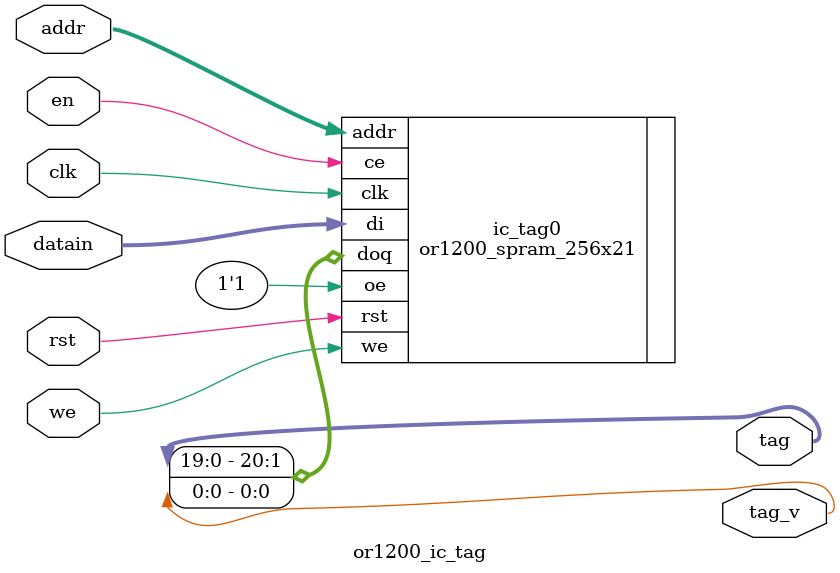
<source format=v>


//
// Dump VCD
//
//`define OR1200_VCD_DUMP

//
// Generate debug messages during simulation
//
//`define OR1200_VERBOSE

//  `define OR1200_ASIC
////////////////////////////////////////////////////////
//
// Typical configuration for an ASIC
//
`ifdef OR1200_ASIC

//
// Target ASIC memories
//
//`define OR1200_ARTISAN_SSP
//`define OR1200_ARTISAN_SDP
//`define OR1200_ARTISAN_STP
`define OR1200_VIRTUALSILICON_SSP
//`define OR1200_VIRTUALSILICON_STP_T1
//`define OR1200_VIRTUALSILICON_STP_T2

//
// Do not implement Data cache
//
//`define OR1200_NO_DC

//
// Do not implement Insn cache
//
//`define OR1200_NO_IC

//
// Do not implement Data MMU
//
//`define OR1200_NO_DMMU

//
// Do not implement Insn MMU
//
//`define OR1200_NO_IMMU

//
// Select between ASIC optimized and generic multiplier
//
//`define OR1200_ASIC_MULTP2_32X32
`define OR1200_GENERIC_MULTP2_32X32

//
// Size/type of insn/data cache if implemented
//
// `define OR1200_IC_1W_512B
// `define OR1200_IC_1W_4KB
`define OR1200_IC_1W_8KB
// `define OR1200_DC_1W_4KB
`define OR1200_DC_1W_8KB

`else


/////////////////////////////////////////////////////////
//
// Typical configuration for an FPGA
//

//
// Target FPGA memories
//
//`define OR1200_ALTERA_LPM
//`define OR1200_XILINX_RAMB16
//`define OR1200_XILINX_RAMB4
//`define OR1200_XILINX_RAM32X1D
//`define OR1200_USE_RAM16X1D_FOR_RAM32X1D

//
// Do not implement Data cache
//
//`define OR1200_NO_DC

//
// Do not implement Insn cache
//
//`define OR1200_NO_IC

//
// Do not implement Data MMU
//
`define OR1200_NO_DMMU

//
// Do not implement Insn MMU
//
`define OR1200_NO_IMMU

//
// Select between ASIC and generic multiplier
//
// (Generic seems to trigger a bug in the Cadence Ncsim simulator)
//
//`define OR1200_ASIC_MULTP2_32X32
`define OR1200_GENERIC_MULTP2_32X32

//
// Size/type of insn/data cache if implemented
// (consider available FPGA memory resources)
//
//`define OR1200_IC_1W_512B
`define OR1200_IC_1W_4KB
//`define OR1200_IC_1W_8KB
`define OR1200_DC_1W_4KB
//`define OR1200_DC_1W_8KB

`endif


//////////////////////////////////////////////////////////
//
// Do not change below unless you know what you are doing
//

//
// Enable RAM BIST
//
// At the moment this only works for Virtual Silicon
// single port RAMs. For other RAMs it has not effect.
// Special wrapper for VS RAMs needs to be provided
// with scan flops to facilitate bist scan.
//
//`define OR1200_BIST

//
// Register OR1200 WISHBONE outputs
// (must be defined/enabled)
//
`define OR1200_REGISTERED_OUTPUTS

//
// Register OR1200 WISHBONE inputs
//
// (must be undefined/disabled)
//
//`define OR1200_REGISTERED_INPUTS

//
// Disable bursts if they are not supported by the
// memory subsystem (only affect cache line fill)
//
//`define OR1200_NO_BURSTS
//

//
// WISHBONE retry counter range
//
// 2^value range for retry counter. Retry counter
// is activated whenever *wb_rty_i is asserted and
// until retry counter expires, corresponding
// WISHBONE interface is deactivated.
//
// To disable retry counters and *wb_rty_i all together,
// undefine this macro.
//
//`define OR1200_WB_RETRY 7

//
// WISHBONE Consecutive Address Burst
//
// This was used prior to WISHBONE B3 specification
// to identify bursts. It is no longer needed but
// remains enabled for compatibility with old designs.
//
// To remove *wb_cab_o ports undefine this macro.
//
`define OR1200_WB_CAB

//
// WISHBONE B3 compatible interface
//
// This follows the WISHBONE B3 specification.
// It is not enabled by default because most
// designs still don't use WB b3.
//
// To enable *wb_cti_o/*wb_bte_o ports,
// define this macro.
//
//`define OR1200_WB_B3

//
// Enable additional synthesis directives if using
// _Synopsys_ synthesis tool
//
//`define OR1200_ADDITIONAL_SYNOPSYS_DIRECTIVES

//
// Enables default statement in some case blocks
// and disables Synopsys synthesis directive full_case
//
// By default it is enabled. When disabled it
// can increase clock frequency.
//
`define OR1200_CASE_DEFAULT

//
// Operand width / register file address width
//
// (DO NOT CHANGE)
//
`define OR1200_OPERAND_WIDTH		32
`define OR1200_REGFILE_ADDR_WIDTH	5

//
// l.add/l.addi/l.and and optional l.addc/l.addic
// also set (compare) flag when result of their
// operation equals zero
//
// At the time of writing this, default or32
// C/C++ compiler doesn't generate code that
// would benefit from this optimization.
//
// By default this optimization is disabled to
// save area.
//
//`define OR1200_ADDITIONAL_FLAG_MODIFIERS

//
// Implement l.addc/l.addic instructions
//
// By default implementation of l.addc/l.addic
// instructions is enabled in case you need them.
// If you don't use them, then disable implementation
// to save area.
//
`define OR1200_IMPL_ADDC

//
// Implement carry bit SR[CY]
//
// By default implementation of SR[CY] is enabled
// to be compliant with the simulator. However
// SR[CY] is explicitly only used by l.addc/l.addic
// instructions and if these two insns are not
// implemented there is not much point having SR[CY].
//
`define OR1200_IMPL_CY

//
// Implement optional l.div/l.divu instructions
//
// By default divide instructions are not implemented
// to save area and increase clock frequency. or32 C/C++
// compiler can use soft library for division.
//
// To implement divide, multiplier needs to be implemented.
//
//`define OR1200_IMPL_DIV

//
// Implement rotate in the ALU
//
// At the time of writing this, or32
// C/C++ compiler doesn't generate rotate
// instructions. However or32 assembler
// can assemble code that uses rotate insn.
// This means that rotate instructions
// must be used manually inserted.
//
// By default implementation of rotate
// is disabled to save area and increase
// clock frequency.
//
//`define OR1200_IMPL_ALU_ROTATE

//
// Type of ALU compare to implement
//
// Try either one to find what yields
// higher clock frequencyin your case.
//
//`define OR1200_IMPL_ALU_COMP1
`define OR1200_IMPL_ALU_COMP2

//
// Implement multiplier
//
// By default multiplier is implemented
//
`define OR1200_MULT_IMPLEMENTED

//
// Implement multiply-and-accumulate
//
// By default MAC is implemented. To
// implement MAC, multiplier needs to be
// implemented.
//
`define OR1200_MAC_IMPLEMENTED

//
// Low power, slower multiplier
//
// Select between low-power (larger) multiplier
// and faster multiplier. The actual difference
// is only AND logic that prevents distribution
// of operands into the multiplier when instruction
// in execution is not multiply instruction
//
//`define OR1200_LOWPWR_MULT

//
// Clock ratio RISC clock versus WB clock
//
// If you plan to run WB:RISC clock fixed to 1:1, disable
// both defines
//
// For WB:RISC 1:2 or 1:1, enable OR1200_CLKDIV_2_SUPPORTED
// and use clmode to set ratio
//
// For WB:RISC 1:4, 1:2 or 1:1, enable both defines and use
// clmode to set ratio
//
`define OR1200_CLKDIV_2_SUPPORTED
//`define OR1200_CLKDIV_4_SUPPORTED

//
// Type of register file RAM
//
// Memory macro w/ two ports (see or1200_tpram_32x32.v)
//`define OR1200_RFRAM_TWOPORT
//
// Memory macro dual port (see or1200_dpram_32x32.v)
//`define OR1200_RFRAM_DUALPORT
//
// Generic (flip-flop based) register file (see or1200_rfram_generic.v)
`define OR1200_RFRAM_GENERIC

//
// Type of mem2reg aligner to implement.
//
// Once OR1200_IMPL_MEM2REG2 yielded faster
// circuit, however with today tools it will
// most probably give you slower circuit.
//
`define OR1200_IMPL_MEM2REG1
//`define OR1200_IMPL_MEM2REG2

//
// ALUOPs
//
`define OR1200_ALUOP_WIDTH	4
`define OR1200_ALUOP_NOP	4'd4
/* Order defined by arith insns that have two source operands both in regs
   (see binutils/include/opcode/or32.h) */
`define OR1200_ALUOP_ADD	4'd0
`define OR1200_ALUOP_ADDC	4'd1
`define OR1200_ALUOP_SUB	4'd2
`define OR1200_ALUOP_AND	4'd3
`define OR1200_ALUOP_OR		4'd4
`define OR1200_ALUOP_XOR	4'd5
`define OR1200_ALUOP_MUL	4'd6
`define OR1200_ALUOP_CUST5	4'd7
`define OR1200_ALUOP_SHROT	4'd8
`define OR1200_ALUOP_DIV	4'd9
`define OR1200_ALUOP_DIVU	4'd10
/* Order not specifically defined. */
`define OR1200_ALUOP_IMM	4'd11
`define OR1200_ALUOP_MOVHI	4'd12
`define OR1200_ALUOP_COMP	4'd13
`define OR1200_ALUOP_MTSR	4'd14
`define OR1200_ALUOP_MFSR	4'd15
`define OR1200_ALUOP_CMOV 4'd14
`define OR1200_ALUOP_FF1  4'd15
//
// MACOPs
//
`define OR1200_MACOP_WIDTH	2
`define OR1200_MACOP_NOP	2'b00
`define OR1200_MACOP_MAC	2'b01
`define OR1200_MACOP_MSB	2'b10

//
// Shift/rotate ops
//
`define OR1200_SHROTOP_WIDTH	2
`define OR1200_SHROTOP_NOP	2'd0
`define OR1200_SHROTOP_SLL	2'd0
`define OR1200_SHROTOP_SRL	2'd1
`define OR1200_SHROTOP_SRA	2'd2
`define OR1200_SHROTOP_ROR	2'd3

// Execution cycles per instruction
`define OR1200_MULTICYCLE_WIDTH	2
`define OR1200_ONE_CYCLE		2'd0
`define OR1200_TWO_CYCLES		2'd1

// Operand MUX selects
`define OR1200_SEL_WIDTH		2
`define OR1200_SEL_RF			2'd0
`define OR1200_SEL_IMM			2'd1
`define OR1200_SEL_EX_FORW		2'd2
`define OR1200_SEL_WB_FORW		2'd3

//
// BRANCHOPs
//
`define OR1200_BRANCHOP_WIDTH		3
`define OR1200_BRANCHOP_NOP		3'd0
`define OR1200_BRANCHOP_J		3'd1
`define OR1200_BRANCHOP_JR		3'd2
`define OR1200_BRANCHOP_BAL		3'd3
`define OR1200_BRANCHOP_BF		3'd4
`define OR1200_BRANCHOP_BNF		3'd5
`define OR1200_BRANCHOP_RFE		3'd6

//
// LSUOPs
//
// Bit 0: sign extend
// Bits 1-2: 00 doubleword, 01 byte, 10 halfword, 11 singleword
// Bit 3: 0 load, 1 store
`define OR1200_LSUOP_WIDTH		4
`define OR1200_LSUOP_NOP		4'b0000
`define OR1200_LSUOP_LBZ		4'b0010
`define OR1200_LSUOP_LBS		4'b0011
`define OR1200_LSUOP_LHZ		4'b0100
`define OR1200_LSUOP_LHS		4'b0101
`define OR1200_LSUOP_LWZ		4'b0110
`define OR1200_LSUOP_LWS		4'b0111
`define OR1200_LSUOP_LD		4'b0001
`define OR1200_LSUOP_SD		4'b1000
`define OR1200_LSUOP_SB		4'b1010
`define OR1200_LSUOP_SH		4'b1100
`define OR1200_LSUOP_SW		4'b1110

// FETCHOPs
`define OR1200_FETCHOP_WIDTH		1
`define OR1200_FETCHOP_NOP		1'b0
`define OR1200_FETCHOP_LW		1'b1

//
// Register File Write-Back OPs
//
// Bit 0: register file write enable
// Bits 2-1: write-back mux selects
`define OR1200_RFWBOP_WIDTH		3
`define OR1200_RFWBOP_NOP		3'b000
`define OR1200_RFWBOP_ALU		3'b001
`define OR1200_RFWBOP_LSU		3'b011
`define OR1200_RFWBOP_SPRS		3'b101
`define OR1200_RFWBOP_LR		3'b111

// Compare instructions
`define OR1200_COP_SFEQ       3'b000
`define OR1200_COP_SFNE       3'b001
`define OR1200_COP_SFGT       3'b010
`define OR1200_COP_SFGE       3'b011
`define OR1200_COP_SFLT       3'b100
`define OR1200_COP_SFLE       3'b101
`define OR1200_COP_X          3'b111
`define OR1200_SIGNED_COMPARE 'd3
`define OR1200_COMPOP_WIDTH	4

//
// TAGs for instruction bus
//
`define OR1200_ITAG_IDLE	4'h0	// idle bus
`define	OR1200_ITAG_NI		4'h1	// normal insn
`define OR1200_ITAG_BE		4'hb	// Bus error exception
`define OR1200_ITAG_PE		4'hc	// Page fault exception
`define OR1200_ITAG_TE		4'hd	// TLB miss exception

//
// TAGs for data bus
//
`define OR1200_DTAG_IDLE	4'h0	// idle bus
`define	OR1200_DTAG_ND		4'h1	// normal data
`define OR1200_DTAG_AE		4'ha	// Alignment exception
`define OR1200_DTAG_BE		4'hb	// Bus error exception
`define OR1200_DTAG_PE		4'hc	// Page fault exception
`define OR1200_DTAG_TE		4'hd	// TLB miss exception


//////////////////////////////////////////////
//
// ORBIS32 ISA specifics
//

// SHROT_OP position in machine word
`define OR1200_SHROTOP_POS		7:6

// ALU instructions multicycle field in machine word
`define OR1200_ALUMCYC_POS		9:8

//
// Instruction opcode groups (basic)
//
`define OR1200_OR32_J                 6'b000000
`define OR1200_OR32_JAL               6'b000001
`define OR1200_OR32_BNF               6'b000011
`define OR1200_OR32_BF                6'b000100
`define OR1200_OR32_NOP               6'b000101
`define OR1200_OR32_MOVHI             6'b000110
`define OR1200_OR32_XSYNC             6'b001000
`define OR1200_OR32_RFE               6'b001001
/* */
`define OR1200_OR32_JR                6'b010001
`define OR1200_OR32_JALR              6'b010010
`define OR1200_OR32_MACI              6'b010011
/* */
`define OR1200_OR32_LWZ               6'b100001
`define OR1200_OR32_LBZ               6'b100011
`define OR1200_OR32_LBS               6'b100100
`define OR1200_OR32_LHZ               6'b100101
`define OR1200_OR32_LHS               6'b100110
`define OR1200_OR32_ADDI              6'b100111
`define OR1200_OR32_ADDIC             6'b101000
`define OR1200_OR32_ANDI              6'b101001
`define OR1200_OR32_ORI               6'b101010
`define OR1200_OR32_XORI              6'b101011
`define OR1200_OR32_MULI              6'b101100
`define OR1200_OR32_MFSPR             6'b101101
`define OR1200_OR32_SH_ROTI 	      6'b101110
`define OR1200_OR32_SFXXI             6'b101111
/* */
`define OR1200_OR32_MTSPR             6'b110000
`define OR1200_OR32_MACMSB            6'b110001
/* */
`define OR1200_OR32_SW                6'b110101
`define OR1200_OR32_SB                6'b110110
`define OR1200_OR32_SH                6'b110111
`define OR1200_OR32_ALU               6'b111000
`define OR1200_OR32_SFXX              6'b111001
//`define OR1200_OR32_CUST5             6'b111100


/////////////////////////////////////////////////////
//
// Exceptions
//

//
// Exception vectors per OR1K architecture:
// 0xPPPPP100 - reset
// 0xPPPPP200 - bus error
// ... etc
// where P represents exception prefix.
//
// Exception vectors can be customized as per
// the following formula:
// 0xPPPPPNVV - exception N
//
// P represents exception prefix
// N represents exception N
// VV represents length of the individual vector space,
//   usually it is 8 bits wide and starts with all bits zero
//

//
// PPPPP and VV parts
//
// Sum of these two defines needs to be 28
//
`define OR1200_EXCEPT_EPH0_P 20'h00000
`define OR1200_EXCEPT_EPH1_P 20'hF0000
`define OR1200_EXCEPT_V		   8'h00

//
// N part width
//
`define OR1200_EXCEPT_WIDTH 4

//
// Definition of exception vectors
//
// To avoid implementation of a certain exception,
// simply comment out corresponding line
//
`define OR1200_EXCEPT_UNUSED		`OR1200_EXCEPT_WIDTH'hf
`define OR1200_EXCEPT_TRAP		`OR1200_EXCEPT_WIDTH'he
`define OR1200_EXCEPT_BREAK		`OR1200_EXCEPT_WIDTH'hd
`define OR1200_EXCEPT_SYSCALL		`OR1200_EXCEPT_WIDTH'hc
`define OR1200_EXCEPT_RANGE		`OR1200_EXCEPT_WIDTH'hb
`define OR1200_EXCEPT_ITLBMISS		`OR1200_EXCEPT_WIDTH'ha
`define OR1200_EXCEPT_DTLBMISS		`OR1200_EXCEPT_WIDTH'h9
`define OR1200_EXCEPT_INT		`OR1200_EXCEPT_WIDTH'h8
`define OR1200_EXCEPT_ILLEGAL		`OR1200_EXCEPT_WIDTH'h7
`define OR1200_EXCEPT_ALIGN		`OR1200_EXCEPT_WIDTH'h6
`define OR1200_EXCEPT_TICK		`OR1200_EXCEPT_WIDTH'h5
`define OR1200_EXCEPT_IPF		`OR1200_EXCEPT_WIDTH'h4
`define OR1200_EXCEPT_DPF		`OR1200_EXCEPT_WIDTH'h3
`define OR1200_EXCEPT_BUSERR		`OR1200_EXCEPT_WIDTH'h2
`define OR1200_EXCEPT_RESET		`OR1200_EXCEPT_WIDTH'h1
`define OR1200_EXCEPT_NONE		`OR1200_EXCEPT_WIDTH'h0


/////////////////////////////////////////////////////
//
// SPR groups
//

// Bits that define the group
`define OR1200_SPR_GROUP_BITS	15:11

// Width of the group bits
`define OR1200_SPR_GROUP_WIDTH 	5

// Bits that define offset inside the group
`define OR1200_SPR_OFS_BITS 10:0

// List of groups
`define OR1200_SPR_GROUP_SYS	5'd00
`define OR1200_SPR_GROUP_DMMU	5'd01
`define OR1200_SPR_GROUP_IMMU	5'd02
`define OR1200_SPR_GROUP_DC	5'd03
`define OR1200_SPR_GROUP_IC	5'd04
`define OR1200_SPR_GROUP_MAC	5'd05
`define OR1200_SPR_GROUP_DU	5'd06
`define OR1200_SPR_GROUP_PM	5'd08
`define OR1200_SPR_GROUP_PIC	5'd09
`define OR1200_SPR_GROUP_TT	5'd10


/////////////////////////////////////////////////////
//
// System group
//

//
// System registers
//
`define OR1200_SPR_CFGR		7'd0
`define OR1200_SPR_RF		6'd32	// 1024 >> 5
`define OR1200_SPR_NPC		11'd16
`define OR1200_SPR_SR		11'd17
`define OR1200_SPR_PPC		11'd18
`define OR1200_SPR_EPCR		11'd32
`define OR1200_SPR_EEAR		11'd48
`define OR1200_SPR_ESR		11'd64

//
// SR bits
//
`define OR1200_SR_WIDTH 16
`define OR1200_SR_SM   0
`define OR1200_SR_TEE  1
`define OR1200_SR_IEE  2
`define OR1200_SR_DCE  3
`define OR1200_SR_ICE  4
`define OR1200_SR_DME  5
`define OR1200_SR_IME  6
`define OR1200_SR_LEE  7
`define OR1200_SR_CE   8
`define OR1200_SR_F    9
`define OR1200_SR_CY   10	// Unused
`define OR1200_SR_OV   11	// Unused
`define OR1200_SR_OVE  12	// Unused
`define OR1200_SR_DSX  13	// Unused
`define OR1200_SR_EPH  14
`define OR1200_SR_FO   15
`define OR1200_SR_CID  31:28	// Unimplemented

//
// Bits that define offset inside the group
//
`define OR1200_SPROFS_BITS 10:0

//
// Default Exception Prefix
//
// 1'b0 - OR1200_EXCEPT_EPH0_P (0x0000_0000)
// 1'b1 - OR1200_EXCEPT_EPH1_P (0xF000_0000)
//
`define OR1200_SR_EPH_DEF	1'b0

/////////////////////////////////////////////////////
//
// Power Management (PM)
//

// Define it if you want PM implemented
`define OR1200_PM_IMPLEMENTED

// Bit positions inside PMR (don't change)
`define OR1200_PM_PMR_SDF 3:0
`define OR1200_PM_PMR_DME 4
`define OR1200_PM_PMR_SME 5
`define OR1200_PM_PMR_DCGE 6
`define OR1200_PM_PMR_UNUSED 31:7

// PMR offset inside PM group of registers
`define OR1200_PM_OFS_PMR 11'b0

// PM group
`define OR1200_SPRGRP_PM 5'd8

// Define if PMR can be read/written at any address inside PM group
`define OR1200_PM_PARTIAL_DECODING

// Define if reading PMR is allowed
`define OR1200_PM_READREGS

// Define if unused PMR bits should be zero
`define OR1200_PM_UNUSED_ZERO


/////////////////////////////////////////////////////
//
// Debug Unit (DU)
//

// Define it if you want DU implemented
`define OR1200_DU_IMPLEMENTED

//
// Define if you want HW Breakpoints
// (if HW breakpoints are not implemented
// only default software trapping is
// possible with l.trap insn - this is
// however already enough for use
// with or32 gdb)
//
//`define OR1200_DU_HWBKPTS

// Number of DVR/DCR pairs if HW breakpoints enabled
`define OR1200_DU_DVRDCR_PAIRS 8

// Define if you want trace buffer
//`define OR1200_DU_TB_IMPLEMENTED

//
// Address offsets of DU registers inside DU group
//
// To not implement a register, doq not define its address
//
`ifdef OR1200_DU_HWBKPTS
`define OR1200_DU_DVR0		11'd0
`define OR1200_DU_DVR1		11'd1
`define OR1200_DU_DVR2		11'd2
`define OR1200_DU_DVR3		11'd3
`define OR1200_DU_DVR4		11'd4
`define OR1200_DU_DVR5		11'd5
`define OR1200_DU_DVR6		11'd6
`define OR1200_DU_DVR7		11'd7
`define OR1200_DU_DCR0		11'd8
`define OR1200_DU_DCR1		11'd9
`define OR1200_DU_DCR2		11'd10
`define OR1200_DU_DCR3		11'd11
`define OR1200_DU_DCR4		11'd12
`define OR1200_DU_DCR5		11'd13
`define OR1200_DU_DCR6		11'd14
`define OR1200_DU_DCR7		11'd15
`endif
`define OR1200_DU_DMR1		11'd16
`ifdef OR1200_DU_HWBKPTS
`define OR1200_DU_DMR2		11'd17
`define OR1200_DU_DWCR0		11'd18
`define OR1200_DU_DWCR1		11'd19
`endif
`define OR1200_DU_DSR		11'd20
`define OR1200_DU_DRR		11'd21
`ifdef OR1200_DU_TB_IMPLEMENTED
`define OR1200_DU_TBADR		11'h0ff
`define OR1200_DU_TBIA		11'h1xx
`define OR1200_DU_TBIM		11'h2xx
`define OR1200_DU_TBAR		11'h3xx
`define OR1200_DU_TBTS		11'h4xx
`endif

// Position of offset bits inside SPR address
`define OR1200_DUOFS_BITS	10:0

// DCR bits
`define OR1200_DU_DCR_DP	0
`define OR1200_DU_DCR_CC	3:1
`define OR1200_DU_DCR_SC	4
`define OR1200_DU_DCR_CT	7:5

// DMR1 bits
`define OR1200_DU_DMR1_CW0	1:0
`define OR1200_DU_DMR1_CW1	3:2
`define OR1200_DU_DMR1_CW2	5:4
`define OR1200_DU_DMR1_CW3	7:6
`define OR1200_DU_DMR1_CW4	9:8
`define OR1200_DU_DMR1_CW5	11:10
`define OR1200_DU_DMR1_CW6	13:12
`define OR1200_DU_DMR1_CW7	15:14
`define OR1200_DU_DMR1_CW8	17:16
`define OR1200_DU_DMR1_CW9	19:18
`define OR1200_DU_DMR1_CW10	21:20
`define OR1200_DU_DMR1_ST	22
`define OR1200_DU_DMR1_BT	23
`define OR1200_DU_DMR1_DXFW	24
`define OR1200_DU_DMR1_ETE	25

// DMR2 bits
`define OR1200_DU_DMR2_WCE0	0
`define OR1200_DU_DMR2_WCE1	1
`define OR1200_DU_DMR2_AWTC	12:2
`define OR1200_DU_DMR2_WGB	23:13

// DWCR bits
`define OR1200_DU_DWCR_COUNT	15:0
`define OR1200_DU_DWCR_MATCH	31:16

// DSR bits
`define OR1200_DU_DSR_WIDTH	14
`define OR1200_DU_DSR_RSTE	0
`define OR1200_DU_DSR_BUSEE	1
`define OR1200_DU_DSR_DPFE	2
`define OR1200_DU_DSR_IPFE	3
`define OR1200_DU_DSR_TTE	4
`define OR1200_DU_DSR_AE	5
`define OR1200_DU_DSR_IIE	6
`define OR1200_DU_DSR_IE	7
`define OR1200_DU_DSR_DME	8
`define OR1200_DU_DSR_IME	9
`define OR1200_DU_DSR_RE	10
`define OR1200_DU_DSR_SCE	11
`define OR1200_DU_DSR_BE	12
`define OR1200_DU_DSR_TE	13

// DRR bits
`define OR1200_DU_DRR_RSTE	0
`define OR1200_DU_DRR_BUSEE	1
`define OR1200_DU_DRR_DPFE	2
`define OR1200_DU_DRR_IPFE	3
`define OR1200_DU_DRR_TTE	4
`define OR1200_DU_DRR_AE	5
`define OR1200_DU_DRR_IIE	6
`define OR1200_DU_DRR_IE	7
`define OR1200_DU_DRR_DME	8
`define OR1200_DU_DRR_IME	9
`define OR1200_DU_DRR_RE	10
`define OR1200_DU_DRR_SCE	11
`define OR1200_DU_DRR_BE	12
`define OR1200_DU_DRR_TE	13

// Define if reading DU regs is allowed
`define OR1200_DU_READREGS

// Define if unused DU registers bits should be zero
`define OR1200_DU_UNUSED_ZERO

// Define if IF/LSU status is not needed by devel i/f
`define OR1200_DU_STATUS_UNIMPLEMENTED

/////////////////////////////////////////////////////
//
// Programmable Interrupt Controller (PIC)
//

// Define it if you want PIC implemented
`define OR1200_PIC_IMPLEMENTED

// Define number of interrupt inputs (2-31)
`define OR1200_PIC_INTS 20

// Address offsets of PIC registers inside PIC group
`define OR1200_PIC_OFS_PICMR 2'd0
`define OR1200_PIC_OFS_PICSR 2'd2

// Position of offset bits inside SPR address
`define OR1200_PICOFS_BITS 1:0

// Define if you want these PIC registers to be implemented
`define OR1200_PIC_PICMR
`define OR1200_PIC_PICSR

// Define if reading PIC registers is allowed
`define OR1200_PIC_READREGS

// Define if unused PIC register bits should be zero
`define OR1200_PIC_UNUSED_ZERO


/////////////////////////////////////////////////////
//
// Tick Timer (TT)
//

// Define it if you want TT implemented
`define OR1200_TT_IMPLEMENTED

// Address offsets of TT registers inside TT group
`define OR1200_TT_OFS_TTMR 1'd0
`define OR1200_TT_OFS_TTCR 1'd1

// Position of offset bits inside SPR group
`define OR1200_TTOFS_BITS 0

// Define if you want these TT registers to be implemented
`define OR1200_TT_TTMR
`define OR1200_TT_TTCR

// TTMR bits
`define OR1200_TT_TTMR_TP 27:0
`define OR1200_TT_TTMR_IP 28
`define OR1200_TT_TTMR_IE 29
`define OR1200_TT_TTMR_M 31:30

// Define if reading TT registers is allowed
`define OR1200_TT_READREGS


//////////////////////////////////////////////
//
// MAC
//
`define OR1200_MAC_ADDR		0	// MACLO 0xxxxxxxx1, MACHI 0xxxxxxxx0
`define OR1200_MAC_SPR_WE		// Define if MACLO/MACHI are SPR writable

//
// Shift {MACHI,MACLO} into destination register when executing l.macrc
//
// According to architecture manual there is no shift, so default value is 0.
//
// However the implementation has deviated in this from the arch manual and had hard coded shift by 28 bits which
// is a useful optimization for MP3 decoding (if using libmad fixed point library). Shifts are no longer
// default setup, but if you need to remain backward compatible, define your shift bits, which were normally
// dest_GPR = {MACHI,MACLO}[59:28]
`define OR1200_MAC_SHIFTBY	0	// 0 = According to arch manual, 28 = obsolete backward compatibility


//////////////////////////////////////////////
//
// Data MMU (DMMU)
//

//
// Address that selects between TLB TR and MR
//
`define OR1200_DTLB_TM_ADDR	7

//
// DTLBMR fields
//
`define	OR1200_DTLBMR_V_BITS	0
`define	OR1200_DTLBMR_CID_BITS	4:1
`define	OR1200_DTLBMR_RES_BITS	11:5
`define OR1200_DTLBMR_VPN_BITS	31:13

//
// DTLBTR fields
//
`define	OR1200_DTLBTR_CC_BITS	0
`define	OR1200_DTLBTR_CI_BITS	1
`define	OR1200_DTLBTR_WBC_BITS	2
`define	OR1200_DTLBTR_WOM_BITS	3
`define	OR1200_DTLBTR_A_BITS	4
`define	OR1200_DTLBTR_D_BITS	5
`define	OR1200_DTLBTR_URE_BITS	6
`define	OR1200_DTLBTR_UWE_BITS	7
`define	OR1200_DTLBTR_SRE_BITS	8
`define	OR1200_DTLBTR_SWE_BITS	9
`define	OR1200_DTLBTR_RES_BITS	11:10
`define OR1200_DTLBTR_PPN_BITS	31:13

//
// DTLB configuration
//
`define	OR1200_DMMU_PS		13					// 13 for 8KB page size
`define	OR1200_DTLB_INDXW	6					// 6 for 64 entry DTLB	7 for 128 entries
`define OR1200_DTLB_INDXL	`OR1200_DMMU_PS				// 13			13
`define OR1200_DTLB_INDXH	`OR1200_DMMU_PS+`OR1200_DTLB_INDXW-1	// 18			19
`define	OR1200_DTLB_INDX	`OR1200_DTLB_INDXH:`OR1200_DTLB_INDXL	// 18:13		19:13
`define OR1200_DTLB_TAGW	32-`OR1200_DTLB_INDXW-`OR1200_DMMU_PS	// 13			12
`define OR1200_DTLB_TAGL	`OR1200_DTLB_INDXH+1			// 19			20
`define	OR1200_DTLB_TAG		31:`OR1200_DTLB_TAGL			// 31:19		31:20
`define	OR1200_DTLBMRW		`OR1200_DTLB_TAGW+1			// +1 because of V bit
`define	OR1200_DTLBTRW		32-`OR1200_DMMU_PS+5			// +5 because of protection bits and CI

//
// Cache inhibit while DMMU is not enabled/implemented
//
// cache inhibited 0GB-4GB		1'b1
// cache inhibited 0GB-2GB		!dcpu_adr_i[31]
// cache inhibited 0GB-1GB 2GB-3GB	!dcpu_adr_i[30]
// cache inhibited 1GB-2GB 3GB-4GB	dcpu_adr_i[30]
// cache inhibited 2GB-4GB (default)	dcpu_adr_i[31]
// cached 0GB-4GB			1'b0
//
`define OR1200_DMMU_CI			dcpu_adr_i[31]


//////////////////////////////////////////////
//
// Insn MMU (IMMU)
//

//
// Address that selects between TLB TR and MR
//
`define OR1200_ITLB_TM_ADDR	7

//
// ITLBMR fields
//
`define	OR1200_ITLBMR_V_BITS	0
`define	OR1200_ITLBMR_CID_BITS	4:1
`define	OR1200_ITLBMR_RES_BITS	11:5
`define OR1200_ITLBMR_VPN_BITS	31:13

//
// ITLBTR fields
//
`define	OR1200_ITLBTR_CC_BITS	0
`define	OR1200_ITLBTR_CI_BITS	1
`define	OR1200_ITLBTR_WBC_BITS	2
`define	OR1200_ITLBTR_WOM_BITS	3
`define	OR1200_ITLBTR_A_BITS	4
`define	OR1200_ITLBTR_D_BITS	5
`define	OR1200_ITLBTR_SXE_BITS	6
`define	OR1200_ITLBTR_UXE_BITS	7
`define	OR1200_ITLBTR_RES_BITS	11:8
`define OR1200_ITLBTR_PPN_BITS	31:13

//
// ITLB configuration
//
`define	OR1200_IMMU_PS		13					// 13 for 8KB page size
`define	OR1200_ITLB_INDXW	6					// 6 for 64 entry ITLB	7 for 128 entries
`define OR1200_ITLB_INDXL	`OR1200_IMMU_PS				// 13			13
`define OR1200_ITLB_INDXH	`OR1200_IMMU_PS+`OR1200_ITLB_INDXW-1	// 18			19
`define	OR1200_ITLB_INDX	`OR1200_ITLB_INDXH:`OR1200_ITLB_INDXL	// 18:13		19:13
`define OR1200_ITLB_TAGW	32-`OR1200_ITLB_INDXW-`OR1200_IMMU_PS	// 13			12
`define OR1200_ITLB_TAGL	`OR1200_ITLB_INDXH+1			// 19			20
`define	OR1200_ITLB_TAG		31:`OR1200_ITLB_TAGL			// 31:19		31:20
`define	OR1200_ITLBMRW		`OR1200_ITLB_TAGW+1			// +1 because of V bit
`define	OR1200_ITLBTRW		32-`OR1200_IMMU_PS+3			// +3 because of protection bits and CI

//
// Cache inhibit while IMMU is not enabled/implemented
// Note: all combinations that use icpu_adr_i cause async loop
//
// cache inhibited 0GB-4GB		1'b1
// cache inhibited 0GB-2GB		!icpu_adr_i[31]
// cache inhibited 0GB-1GB 2GB-3GB	!icpu_adr_i[30]
// cache inhibited 1GB-2GB 3GB-4GB	icpu_adr_i[30]
// cache inhibited 2GB-4GB (default)	icpu_adr_i[31]
// cached 0GB-4GB			1'b0
//
`define OR1200_IMMU_CI			1'b0


/////////////////////////////////////////////////
//
// Insn cache (IC)
//

// 3 for 8 bytes, 4 for 16 bytes etc
`define OR1200_ICLS		4

//
// IC configurations
//
`ifdef OR1200_IC_1W_512B
`define OR1200_ICSIZE   9     // 512
`define OR1200_ICINDX   `OR1200_ICSIZE-2 // 7
`define OR1200_ICINDXH  `OR1200_ICSIZE-1 // 8
`define OR1200_ICTAGL   `OR1200_ICINDXH+1 // 9
`define OR1200_ICTAG    `OR1200_ICSIZE-`OR1200_ICLS // 5
`define OR1200_ICTAG_W  24
`endif
`ifdef OR1200_IC_1W_4KB
`define OR1200_ICSIZE			12			// 4096
`define OR1200_ICINDX			`OR1200_ICSIZE-2	// 10
`define OR1200_ICINDXH			`OR1200_ICSIZE-1	// 11
`define OR1200_ICTAGL			`OR1200_ICINDXH+1	// 12
`define	OR1200_ICTAG			`OR1200_ICSIZE-`OR1200_ICLS	// 8
`define	OR1200_ICTAG_W			21
`endif
`ifdef OR1200_IC_1W_8KB
`define OR1200_ICSIZE			13			// 8192
`define OR1200_ICINDX			`OR1200_ICSIZE-2	// 11
`define OR1200_ICINDXH			`OR1200_ICSIZE-1	// 12
`define OR1200_ICTAGL			`OR1200_ICINDXH+1	// 13
`define	OR1200_ICTAG			`OR1200_ICSIZE-`OR1200_ICLS	// 9
`define	OR1200_ICTAG_W			20
`endif


/////////////////////////////////////////////////
//
// Data cache (DC)
//

// 3 for 8 bytes, 4 for 16 bytes etc
`define OR1200_DCLS		4

// Define to perform store refill (potential performance penalty)
// `define OR1200_DC_STORE_REFILL

//
// DC configurations
//
`ifdef OR1200_DC_1W_4KB
`define OR1200_DCSIZE			12			// 4096
`define OR1200_DCINDX			`OR1200_DCSIZE-2	// 10
`define OR1200_DCINDXH			`OR1200_DCSIZE-1	// 11
`define OR1200_DCTAGL			`OR1200_DCINDXH+1	// 12
`define	OR1200_DCTAG			`OR1200_DCSIZE-`OR1200_DCLS	// 8
`define	OR1200_DCTAG_W			21
`endif
`ifdef OR1200_DC_1W_8KB
`define OR1200_DCSIZE			13			// 8192
`define OR1200_DCINDX			`OR1200_DCSIZE-2	// 11
`define OR1200_DCINDXH			`OR1200_DCSIZE-1	// 12
`define OR1200_DCTAGL			`OR1200_DCINDXH+1	// 13
`define	OR1200_DCTAG			`OR1200_DCSIZE-`OR1200_DCLS	// 9
`define	OR1200_DCTAG_W			20
`endif

/////////////////////////////////////////////////
//
// Store buffer (SB)
//

//
// Store buffer
//
// It will improve performance by "caching" CPU stores
// using store buffer. This is most important for function
// prologues because DC can only work in write though mode
// and all stores would have to complete external WB writes
// to memory.
// Store buffer is between DC and data BIU.
// All stores will be stored into store buffer and immediately
// completed by the CPU, even though actual external writes
// will be performed later. As a consequence store buffer masks
// all data bus errors related to stores (data bus errors
// related to loads are delivered normally).
// All pending CPU loads will wait until store buffer is empty to
// ensure strict memory model. Right now this is necessary because
// we don't make destinction between cached and cache inhibited
// address space, so we simply empty store buffer until loads
// can begin.
//
// It makes design a bit bigger, depending what is the number of
// entries in SB FIFO. Number of entries can be changed further
// down.
//
`define OR1200_SB_IMPLEMENTED

//
// Number of store buffer entries
//
// Verified number of entries are 4 and 8 entries
// (2 and 3 for OR1200_SB_LOG). OR1200_SB_ENTRIES must
// always match 2**OR1200_SB_LOG.
// To disable store buffer, undefine
// OR1200_SB_IMPLEMENTED.
//
`define OR1200_SB_LOG		2	// 2 or 3
`define OR1200_SB_ENTRIES	4	// 4 or 8


/////////////////////////////////////////////////
//
// Quick Embedded Memory (QMEM)
//

//
// Quick Embedded Memory
//
// Instantiation of dedicated insn/data memory (RAM or ROM).
// Insn fetch has effective throughput 1insn / clock cycle.
// Data load takes two clock cycles / access, data store
// takes 1 clock cycle / access (if there is no insn fetch)).
// Memory instantiation is shared between insn and data,
// meaning if insn fetch are performed, data load/store
// performance will be lower.
//
// Main reason for QMEM is to put some time critical functions
// into this memory and to have predictable and fast access
// to these functions. (soft fpu, context switch, exception
// handlers, stack, etc)
//
// It makes design a bit bigger and slower. QMEM sits behind
// IMMU/DMMU so all addresses are physical (so the MMUs can be
// used with QMEM and QMEM is seen by the CPU just like any other
// memory in the system). IC/DC are sitting behind QMEM so the
// whole design timing might be worse with QMEM implemented.
//
`define OR1200_QMEM_IMPLEMENTED

//
// Base address and mask of QMEM
//
// Base address defines first address of QMEM. Mask defines
// QMEM range in address space. Actual size of QMEM is however
// determined with instantiated RAM/ROM. However bigger
// mask will reserve more address space for QMEM, but also
// make design faster, while more tight mask will take
// less address space but also make design slower. If
// instantiated RAM/ROM is smaller than space reserved with
// the mask, instatiated RAM/ROM will also be shadowed
// at higher addresses in reserved space.
//
`define OR1200_QMEM_IADDR	32'h0080_0000
`define OR1200_QMEM_IMASK	32'hfff0_0000	// Max QMEM size 1MB
`define OR1200_QMEM_DADDR  32'h0080_0000
`define OR1200_QMEM_DMASK  32'hfff0_0000 // Max QMEM size 1MB

//
// QMEM interface byte-select capability
//
// To enable qmem_sel* ports, define this macro.
//
`define OR1200_QMEM_BSEL

//
// QMEM interface acknowledge
//
// To enable qmem_ack port, define this macro.
//
//`define OR1200_QMEM_ACK

/////////////////////////////////////////////////////
//
// VR, UPR and Configuration Registers
//
//
// VR, UPR and configuration registers are optional. If 
// implemented, operating system can automatically figure
// out how to use the processor because it knows 
// what units are available in the processor and how they
// are configured.
//
// This section must be last in or1200_defines.v file so
// that all units are already configured and thus
// configuration registers are properly set.
// 

// Define if you want configuration registers implemented
`define OR1200_CFGR_IMPLEMENTED

// Define if you want full address decode inside SYS group
`define OR1200_SYS_FULL_DECODE

// Offsets of VR, UPR and CFGR registers
`define OR1200_SPRGRP_SYS_VR		4'h0
`define OR1200_SPRGRP_SYS_UPR		4'h1
`define OR1200_SPRGRP_SYS_CPUCFGR	4'h2
`define OR1200_SPRGRP_SYS_DMMUCFGR	4'h3
`define OR1200_SPRGRP_SYS_IMMUCFGR	4'h4
`define OR1200_SPRGRP_SYS_DCCFGR	4'h5
`define OR1200_SPRGRP_SYS_ICCFGR	4'h6
`define OR1200_SPRGRP_SYS_DCFGR	4'h7

// VR fields
`define OR1200_VR_REV_BITS		5:0
`define OR1200_VR_RES1_BITS		15:6
`define OR1200_VR_CFG_BITS		23:16
`define OR1200_VR_VER_BITS		31:24

// VR values
`define OR1200_VR_REV			6'h01
`define OR1200_VR_RES1			10'h000
`define OR1200_VR_CFG			8'h00
`define OR1200_VR_VER			8'h12

// UPR fields
`define OR1200_UPR_UP_BITS		0
`define OR1200_UPR_DCP_BITS		1
`define OR1200_UPR_ICP_BITS		2
`define OR1200_UPR_DMP_BITS		3
`define OR1200_UPR_IMP_BITS		4
`define OR1200_UPR_MP_BITS		5
`define OR1200_UPR_DUP_BITS		6
`define OR1200_UPR_PCUP_BITS		7
`define OR1200_UPR_PMP_BITS		8
`define OR1200_UPR_PICP_BITS		9
`define OR1200_UPR_TTP_BITS		10
`define OR1200_UPR_RES1_BITS		23:11
`define OR1200_UPR_CUP_BITS		31:24

// UPR values
`define OR1200_UPR_UP			1'b1
`ifdef OR1200_NO_DC
`define OR1200_UPR_DCP			1'b0
`else
`define OR1200_UPR_DCP			1'b1
`endif
`ifdef OR1200_NO_IC
`define OR1200_UPR_ICP			1'b0
`else
`define OR1200_UPR_ICP			1'b1
`endif
`ifdef OR1200_NO_DMMU
`define OR1200_UPR_DMP			1'b0
`else
`define OR1200_UPR_DMP			1'b1
`endif
`ifdef OR1200_NO_IMMU
`define OR1200_UPR_IMP			1'b0
`else
`define OR1200_UPR_IMP			1'b1
`endif
`define OR1200_UPR_MP			1'b1	// MAC always present
`ifdef OR1200_DU_IMPLEMENTED
`define OR1200_UPR_DUP			1'b1
`else
`define OR1200_UPR_DUP			1'b0
`endif
`define OR1200_UPR_PCUP			1'b0	// Performance counters not present
`ifdef OR1200_DU_IMPLEMENTED
`define OR1200_UPR_PMP			1'b1
`else
`define OR1200_UPR_PMP			1'b0
`endif
`ifdef OR1200_DU_IMPLEMENTED
`define OR1200_UPR_PICP			1'b1
`else
`define OR1200_UPR_PICP			1'b0
`endif
`ifdef OR1200_DU_IMPLEMENTED
`define OR1200_UPR_TTP			1'b1
`else
`define OR1200_UPR_TTP			1'b0
`endif
`define OR1200_UPR_RES1			13'h0000
`define OR1200_UPR_CUP			8'h00

// CPUCFGR fields
`define OR1200_CPUCFGR_NSGF_BITS	3:0
`define OR1200_CPUCFGR_HGF_BITS	4
`define OR1200_CPUCFGR_OB32S_BITS	5
`define OR1200_CPUCFGR_OB64S_BITS	6
`define OR1200_CPUCFGR_OF32S_BITS	7
`define OR1200_CPUCFGR_OF64S_BITS	8
`define OR1200_CPUCFGR_OV64S_BITS	9
`define OR1200_CPUCFGR_RES1_BITS	31:10

// CPUCFGR values
`define OR1200_CPUCFGR_NSGF		4'h0
`define OR1200_CPUCFGR_HGF		1'b0
`define OR1200_CPUCFGR_OB32S		1'b1
`define OR1200_CPUCFGR_OB64S		1'b0
`define OR1200_CPUCFGR_OF32S		1'b0
`define OR1200_CPUCFGR_OF64S		1'b0
`define OR1200_CPUCFGR_OV64S		1'b0
`define OR1200_CPUCFGR_RES1		22'h000000

// DMMUCFGR fields
`define OR1200_DMMUCFGR_NTW_BITS	1:0
`define OR1200_DMMUCFGR_NTS_BITS	4:2
`define OR1200_DMMUCFGR_NAE_BITS	7:5
`define OR1200_DMMUCFGR_CRI_BITS	8
`define OR1200_DMMUCFGR_PRI_BITS	9
`define OR1200_DMMUCFGR_TEIRI_BITS	10
`define OR1200_DMMUCFGR_HTR_BITS	11
`define OR1200_DMMUCFGR_RES1_BITS	31:12

// DMMUCFGR values
`ifdef OR1200_NO_DMMU
`define OR1200_DMMUCFGR_NTW		2'h0	// Irrelevant
`define OR1200_DMMUCFGR_NTS		3'h0	// Irrelevant
`define OR1200_DMMUCFGR_NAE		3'h0	// Irrelevant
`define OR1200_DMMUCFGR_CRI		1'b0	// Irrelevant
`define OR1200_DMMUCFGR_PRI		1'b0	// Irrelevant
`define OR1200_DMMUCFGR_TEIRI		1'b0	// Irrelevant
`define OR1200_DMMUCFGR_HTR		1'b0	// Irrelevant
`define OR1200_DMMUCFGR_RES1		20'h00000
`else
`define OR1200_DMMUCFGR_NTW		2'h0	// 1 TLB way
`define OR1200_DMMUCFGR_NTS 3'h`OR1200_DTLB_INDXW	// Num TLB sets
`define OR1200_DMMUCFGR_NAE		3'h0	// No ATB entries
`define OR1200_DMMUCFGR_CRI		1'b0	// No control register
`define OR1200_DMMUCFGR_PRI		1'b0	// No protection reg
`define OR1200_DMMUCFGR_TEIRI		1'b1	// TLB entry inv reg impl.
`define OR1200_DMMUCFGR_HTR		1'b0	// No HW TLB reload
`define OR1200_DMMUCFGR_RES1		20'h00000
`endif

// IMMUCFGR fields
`define OR1200_IMMUCFGR_NTW_BITS	1:0
`define OR1200_IMMUCFGR_NTS_BITS	4:2
`define OR1200_IMMUCFGR_NAE_BITS	7:5
`define OR1200_IMMUCFGR_CRI_BITS	8
`define OR1200_IMMUCFGR_PRI_BITS	9
`define OR1200_IMMUCFGR_TEIRI_BITS	10
`define OR1200_IMMUCFGR_HTR_BITS	11
`define OR1200_IMMUCFGR_RES1_BITS	31:12

// IMMUCFGR values
`ifdef OR1200_NO_IMMU
`define OR1200_IMMUCFGR_NTW		2'h0	// Irrelevant
`define OR1200_IMMUCFGR_NTS		3'h0	// Irrelevant
`define OR1200_IMMUCFGR_NAE		3'h0	// Irrelevant
`define OR1200_IMMUCFGR_CRI		1'b0	// Irrelevant
`define OR1200_IMMUCFGR_PRI		1'b0	// Irrelevant
`define OR1200_IMMUCFGR_TEIRI		1'b0	// Irrelevant
`define OR1200_IMMUCFGR_HTR		1'b0	// Irrelevant
`define OR1200_IMMUCFGR_RES1		20'h00000
`else
`define OR1200_IMMUCFGR_NTW		2'h0	// 1 TLB way
`define OR1200_IMMUCFGR_NTS 3'h`OR1200_ITLB_INDXW	// Num TLB sets
`define OR1200_IMMUCFGR_NAE		3'h0	// No ATB entry
`define OR1200_IMMUCFGR_CRI		1'b0	// No control reg
`define OR1200_IMMUCFGR_PRI		1'b0	// No protection reg
`define OR1200_IMMUCFGR_TEIRI		1'b1	// TLB entry inv reg impl
`define OR1200_IMMUCFGR_HTR		1'b0	// No HW TLB reload
`define OR1200_IMMUCFGR_RES1		20'h00000
`endif

// DCCFGR fields
`define OR1200_DCCFGR_NCW_BITS		2:0
`define OR1200_DCCFGR_NCS_BITS		6:3
`define OR1200_DCCFGR_CBS_BITS		7
`define OR1200_DCCFGR_CWS_BITS		8
`define OR1200_DCCFGR_CCRI_BITS		9
`define OR1200_DCCFGR_CBIRI_BITS	10
`define OR1200_DCCFGR_CBPRI_BITS	11
`define OR1200_DCCFGR_CBLRI_BITS	12
`define OR1200_DCCFGR_CBFRI_BITS	13
`define OR1200_DCCFGR_CBWBRI_BITS	14
`define OR1200_DCCFGR_RES1_BITS	31:15

// DCCFGR values
`ifdef OR1200_NO_DC
`define OR1200_DCCFGR_NCW		3'h0	// Irrelevant
`define OR1200_DCCFGR_NCS		4'h0	// Irrelevant
`define OR1200_DCCFGR_CBS		1'b0	// Irrelevant
`define OR1200_DCCFGR_CWS		1'b0	// Irrelevant
`define OR1200_DCCFGR_CCRI		1'b1	// Irrelevant
`define OR1200_DCCFGR_CBIRI		1'b1	// Irrelevant
`define OR1200_DCCFGR_CBPRI		1'b0	// Irrelevant
`define OR1200_DCCFGR_CBLRI		1'b0	// Irrelevant
`define OR1200_DCCFGR_CBFRI		1'b1	// Irrelevant
`define OR1200_DCCFGR_CBWBRI		1'b0	// Irrelevant
`define OR1200_DCCFGR_RES1		17'h00000
`else
`define OR1200_DCCFGR_NCW		3'h0	// 1 cache way
`define OR1200_DCCFGR_NCS (`OR1200_DCTAG)	// Num cache sets
`define OR1200_DCCFGR_CBS (`OR1200_DCLS-4)	// 16 byte cache block
`define OR1200_DCCFGR_CWS		1'b0	// Write-through strategy
`define OR1200_DCCFGR_CCRI		1'b1	// Cache control reg impl.
`define OR1200_DCCFGR_CBIRI		1'b1	// Cache block inv reg impl.
`define OR1200_DCCFGR_CBPRI		1'b0	// Cache block prefetch reg not impl.
`define OR1200_DCCFGR_CBLRI		1'b0	// Cache block lock reg not impl.
`define OR1200_DCCFGR_CBFRI		1'b1	// Cache block flush reg impl.
`define OR1200_DCCFGR_CBWBRI		1'b0	// Cache block WB reg not impl.
`define OR1200_DCCFGR_RES1		17'h00000
`endif

// ICCFGR fields
`define OR1200_ICCFGR_NCW_BITS		2:0
`define OR1200_ICCFGR_NCS_BITS		6:3
`define OR1200_ICCFGR_CBS_BITS		7
`define OR1200_ICCFGR_CWS_BITS		8
`define OR1200_ICCFGR_CCRI_BITS		9
`define OR1200_ICCFGR_CBIRI_BITS	10
`define OR1200_ICCFGR_CBPRI_BITS	11
`define OR1200_ICCFGR_CBLRI_BITS	12
`define OR1200_ICCFGR_CBFRI_BITS	13
`define OR1200_ICCFGR_CBWBRI_BITS	14
`define OR1200_ICCFGR_RES1_BITS	31:15

// ICCFGR values
`ifdef OR1200_NO_IC
`define OR1200_ICCFGR_NCW		3'h0	// Irrelevant
`define OR1200_ICCFGR_NCS 		4'h0	// Irrelevant
`define OR1200_ICCFGR_CBS 		1'b0	// Irrelevant
`define OR1200_ICCFGR_CWS		1'b0	// Irrelevant
`define OR1200_ICCFGR_CCRI		1'b0	// Irrelevant
`define OR1200_ICCFGR_CBIRI		1'b0	// Irrelevant
`define OR1200_ICCFGR_CBPRI		1'b0	// Irrelevant
`define OR1200_ICCFGR_CBLRI		1'b0	// Irrelevant
`define OR1200_ICCFGR_CBFRI		1'b0	// Irrelevant
`define OR1200_ICCFGR_CBWBRI		1'b0	// Irrelevant
`define OR1200_ICCFGR_RES1		17'h00000
`else
`define OR1200_ICCFGR_NCW		3'h0	// 1 cache way
`define OR1200_ICCFGR_NCS (`OR1200_ICTAG)	// Num cache sets
`define OR1200_ICCFGR_CBS (`OR1200_ICLS-4)	// 16 byte cache block
`define OR1200_ICCFGR_CWS		1'b0	// Irrelevant
`define OR1200_ICCFGR_CCRI		1'b1	// Cache control reg impl.
`define OR1200_ICCFGR_CBIRI		1'b1	// Cache block inv reg impl.
`define OR1200_ICCFGR_CBPRI		1'b0	// Cache block prefetch reg not impl.
`define OR1200_ICCFGR_CBLRI		1'b0	// Cache block lock reg not impl.
`define OR1200_ICCFGR_CBFRI		1'b1	// Cache block flush reg impl.
`define OR1200_ICCFGR_CBWBRI		1'b0	// Irrelevant
`define OR1200_ICCFGR_RES1		17'h00000
`endif

// DCFGR fields
`define OR1200_DCFGR_NDP_BITS		2:0
`define OR1200_DCFGR_WPCI_BITS		3
`define OR1200_DCFGR_RES1_BITS		31:4

// DCFGR values
`ifdef OR1200_DU_HWBKPTS
`define OR1200_DCFGR_NDP	3'h`OR1200_DU_DVRDCR_PAIRS // # of DVR/DCR pairs
`ifdef OR1200_DU_DWCR0
`define OR1200_DCFGR_WPCI		1'b1
`else
`define OR1200_DCFGR_WPCI		1'b0	// WP counters not impl.
`endif
`else
`define OR1200_DCFGR_NDP		3'h0	// Zero DVR/DCR pairs
`define OR1200_DCFGR_WPCI		1'b0	// WP counters not impl.
`endif
`define OR1200_DCFGR_RES1		28'h0000000
 


module or1200_ic_tag(
	// Clock and reset
	clk, rst,

`ifdef OR1200_BIST
	// RAM BIST
	mbist_si_i, mbist_so_o, mbist_ctrl_i,
`endif

	// Internal i/f
	addr, en, we, datain, tag_v, tag
);

parameter dw = `OR1200_ICTAG_W;
parameter aw = `OR1200_ICTAG;

//
// I/O
//

//
// Clock and reset
//
input				clk;
input				rst;

`ifdef OR1200_BIST
//
// RAM BIST
//
input mbist_si_i;
input [`OR1200_MBIST_CTRL_WIDTH - 1:0] mbist_ctrl_i;
output mbist_so_o;
`endif

//
// Internal i/f
//
input	[aw-1:0]		addr;
input				en;
input				we;
input	[dw-1:0]		datain;
output				tag_v;
output	[dw-2:0]		tag;

`ifdef OR1200_NO_IC

//
// Insn cache not implemented
//
assign tag = {dw-1{1'b0}};
assign tag_v = 1'b0;
`ifdef OR1200_BIST
assign mbist_so_o = mbist_si_i;
`endif

`else

//
// Instantiation of TAG RAM block
//
`ifdef OR1200_IC_1W_512B
or1200_spram_32x24 ic_tag0(
`endif
`ifdef OR1200_IC_1W_4KB
or1200_spram_256x21 ic_tag0(
`endif
`ifdef OR1200_IC_1W_8KB
or1200_spram_512x20 ic_tag0(
`endif
`ifdef OR1200_BIST
	// RAM BIST
	.mbist_si_i(mbist_si_i),
	.mbist_so_o(mbist_so_o),
	.mbist_ctrl_i(mbist_ctrl_i),
`endif
	.clk(clk),
	.rst(rst),
	.ce(en),
	.we(we),
	.oe(1'b1),
	.addr(addr),
	.di(datain),
	.doq({tag, tag_v})
);

`endif

endmodule

</source>
